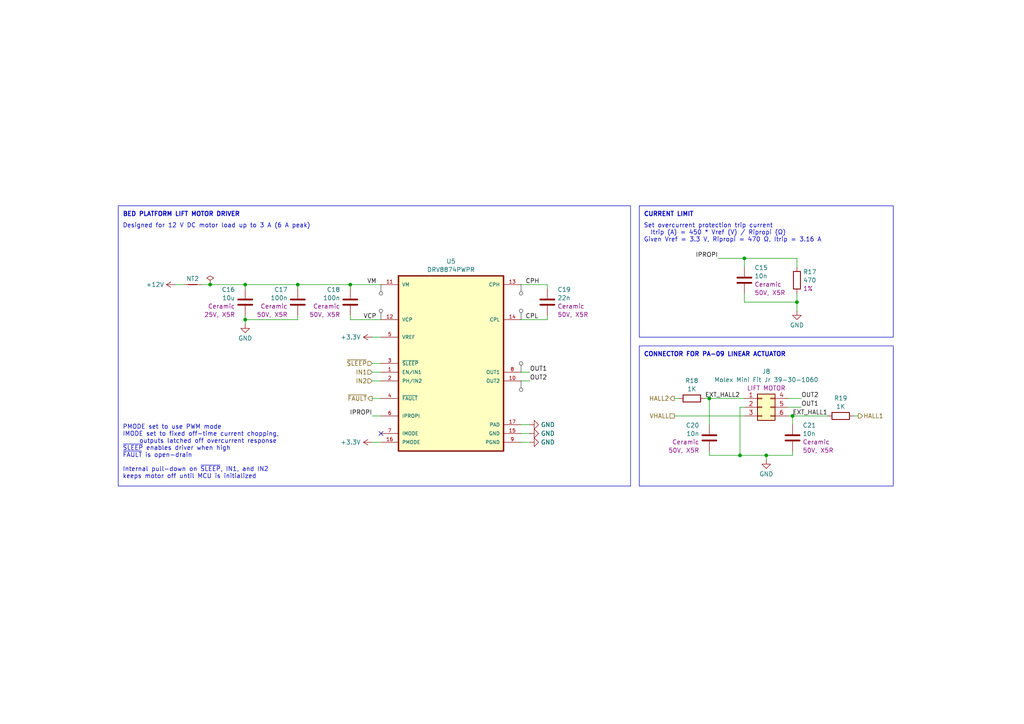
<source format=kicad_sch>
(kicad_sch (version 20250114) (generator "eeschema") (generator_version "9.0")
  (paper "A4")
  (title_block (title "Bed Lift Controller") (date "2025-10") (rev "v0.2.1") (company "Brown Studios LLC"))
  (lib_symbols
    (symbol "Connector_Generic:Conn_02x03_Top_Bottom" (pin_names (offset 1.016) (hide yes))
      (property "Reference" "J" (at 1.27 5.08 0))
      (property "Value" "Conn_02x03_Top_Bottom" (at 1.27 -5.08 0))
      (symbol "Conn_02x03_Top_Bottom_1_1"
        (rectangle (start -1.27 3.81) (end 3.81 -3.81) (stroke (width 0.254)) (fill (type background)))
        (rectangle (start -1.27 2.667) (end 0 2.413) (stroke (width 0.1524)))
        (rectangle (start -1.27 0.127) (end 0 -0.127) (stroke (width 0.1524)))
        (rectangle (start -1.27 -2.413) (end 0 -2.667) (stroke (width 0.1524)))
        (rectangle (start 3.81 2.667) (end 2.54 2.413) (stroke (width 0.1524)))
        (rectangle (start 3.81 0.127) (end 2.54 -0.127) (stroke (width 0.1524)))
        (rectangle (start 3.81 -2.413) (end 2.54 -2.667) (stroke (width 0.1524)))
        (pin passive line (at -5.08 2.54 0) (length 3.81) (name "Pin_1") (number "1"))
        (pin passive line (at -5.08 0 0) (length 3.81) (name "Pin_2") (number "2"))
        (pin passive line (at -5.08 -2.54 0) (length 3.81) (name "Pin_3") (number "3"))
        (pin passive line (at 7.62 2.54 180) (length 3.81) (name "Pin_4") (number "4"))
        (pin passive line (at 7.62 0 180) (length 3.81) (name "Pin_5") (number "5"))
        (pin passive line (at 7.62 -2.54 180) (length 3.81) (name "Pin_6") (number "6"))
      )
    )
    (symbol "DRV8874PWPR:DRV8874PWPR" (pin_names (offset 1.016))
      (property "Reference" "U" (at -15.24 26.4 0))
      (property "Value" "DRV8874PWPR" (at -15.24 -29.4 0))
      (symbol "DRV8874PWPR_0_0"
        (rectangle (start -15.24 25.4) (end 15.24 -25.4) (stroke (width 0.41)) (fill (type background)))
        (pin power_in line (at -20.32 22.86 0) (length 5.08) (name "VM") (number "11"))
        (pin power_out line (at -20.32 12.7 0) (length 5.08) (name "VCP") (number "12"))
        (pin input line (at -20.32 7.62 0) (length 5.08) (name "VREF") (number "5"))
        (pin input line (at -20.32 0 0) (length 5.08) (name "~{SLEEP}") (number "3"))
        (pin input line (at -20.32 -2.54 0) (length 5.08) (name "EN/IN1") (number "1"))
        (pin input line (at -20.32 -5.08 0) (length 5.08) (name "PH/IN2") (number "2"))
        (pin output line (at -20.32 -15.24 0) (length 5.08) (name "IPROPI") (number "6"))
        (pin input line (at -20.32 -20.32 0) (length 5.08) (name "IMODE") (number "7"))
        (pin input line (at -20.32 -22.86 0) (length 5.08) (name "PMODE") (number "16"))
        (pin power_out line (at 20.32 22.86 180) (length 5.08) (name "CPH") (number "13"))
        (pin power_out line (at 20.32 12.7 180) (length 5.08) (name "CPL") (number "14"))
        (pin passive line (at 20.32 -17.78 180) (length 5.08) (name "PAD") (number "17"))
        (pin power_in line (at 20.32 -20.32 180) (length 5.08) (name "GND") (number "15"))
        (pin power_in line (at 20.32 -22.86 180) (length 5.08) (name "PGND") (number "9"))
      )
      (symbol "DRV8874PWPR_1_0"
        (pin open_collector line (at -20.32 -10.16 0) (length 5.08) (name "~{FAULT}") (number "4"))
        (pin power_out line (at 20.32 -2.54 180) (length 5.08) (name "OUT1") (number "8"))
        (pin power_out line (at 20.32 -5.08 180) (length 5.08) (name "OUT2") (number "10"))
      )
    )
    (symbol "Device:C" (pin_numbers (hide yes)) (pin_names (offset 0.254))
      (property "Reference" "C" (at 0.635 2.54 0))
      (property "Value" "C" (at 0.635 -2.54 0))
      (symbol "C_0_1"
        (polyline (pts (xy -2.032 0.762) (xy 2.032 0.762)) (stroke (width 0.508)))
        (polyline (pts (xy -2.032 -0.762) (xy 2.032 -0.762)) (stroke (width 0.508)))
      )
      (symbol "C_1_1"
        (pin passive line (at 0 3.81 270) (length 2.794) (name "~") (number "1"))
        (pin passive line (at 0 -3.81 90) (length 2.794) (name "~") (number "2"))
      )
    )
    (symbol "Device:NetTie_2" (pin_numbers (hide yes)) (pin_names (offset 0) (hide yes)) (in_bom no)
      (property "Reference" "NT" (at 0 1.27 0))
      (property "Value" "NetTie_2" (at 0 -1.27 0))
      (symbol "NetTie_2_0_1"
        (polyline (pts (xy -1.27 0) (xy 1.27 0)) (stroke (width 0.254)))
      )
      (symbol "NetTie_2_1_1"
        (pin passive line (at -2.54 0 0) (length 2.54) (name "1") (number "1"))
        (pin passive line (at 2.54 0 180) (length 2.54) (name "2") (number "2"))
      )
    )
    (symbol "Device:R" (pin_numbers (hide yes)) (pin_names (offset 0))
      (property "Reference" "R" (at 2.032 0 90))
      (property "Value" "R" (at 0 0 90))
      (symbol "R_0_1"
        (rectangle (start -1.016 -2.54) (end 1.016 2.54) (stroke (width 0.254)))
      )
      (symbol "R_1_1"
        (pin passive line (at 0 3.81 270) (length 1.27) (name "~") (number "1"))
        (pin passive line (at 0 -3.81 90) (length 1.27) (name "~") (number "2"))
      )
    )
    (symbol "power:+12V" (power) (pin_numbers (hide yes)) (pin_names (offset 0) (hide yes))
      (property "Value" "+12V" (at 0 3.556 0))
      (symbol "+12V_0_1"
        (polyline (pts (xy -0.762 1.27) (xy 0 2.54)))
        (polyline (pts (xy 0 2.54) (xy 0.762 1.27)))
        (polyline (pts (xy 0 0) (xy 0 2.54)))
      )
      (symbol "+12V_1_1"
        (pin power_in line (at 0 0 90) (length 0) (name "~") (number "1"))
      )
    )
    (symbol "power:+3.3V" (power) (pin_numbers (hide yes)) (pin_names (offset 0) (hide yes))
      (property "Value" "+3.3V" (at 0 3.556 0))
      (symbol "+3.3V_0_1"
        (polyline (pts (xy -0.762 1.27) (xy 0 2.54)))
        (polyline (pts (xy 0 2.54) (xy 0.762 1.27)))
        (polyline (pts (xy 0 0) (xy 0 2.54)))
      )
      (symbol "+3.3V_1_1"
        (pin power_in line (at 0 0 90) (length 0) (name "~") (number "1"))
      )
    )
    (symbol "power:GND" (power) (pin_numbers (hide yes)) (pin_names (offset 0) (hide yes))
      (property "Value" "GND" (at 0 -3.81 0))
      (symbol "GND_0_1"
        (polyline (pts (xy 0 0) (xy 0 -1.27) (xy 1.27 -1.27) (xy 0 -2.54) (xy -1.27 -1.27) (xy 0 -1.27)))
      )
      (symbol "GND_1_1"
        (pin power_in line (at 0 0 270) (length 0) (name "~") (number "1"))
      )
    )
    (symbol "power:PWR_FLAG" (power) (pin_numbers (hide yes)) (pin_names (offset 0) (hide yes))
      (property "Value" "PWR_FLAG" (at 0 3.81 0))
      (symbol "PWR_FLAG_0_0"
        (pin power_out line (at 0 0 90) (length 0) (name "~") (number "1"))
      )
      (symbol "PWR_FLAG_0_1"
        (polyline (pts (xy 0 0) (xy 0 1.27) (xy -1.016 1.905) (xy 0 2.54) (xy 1.016 1.905) (xy 0 1.27)))
      )
    )
  )
  (rectangle (start 185.42 59.69) (end 259.08 97.79))
  (rectangle (start 34.29 59.69) (end 182.88 140.97))
  (rectangle (start 185.42 100.33) (end 259.08 140.97))
  (text "CONNECTOR FOR PA-09 LINEAR ACTUATOR" (at 186.69 102.87 0) (effects (font (size 1.27 1.27) (thickness 0.254) (bold yes)) (justify left)))
  (text "PMODE set to use PWM mode\nIMODE set to fixed off-time current chopping,\n	outputs latched off overcurrent response\n~{SLEEP} enables driver when high\n~{FAULT} is open-drain\n\nInternal pull-down on ~{SLEEP}, IN1, and IN2\nkeeps motor off until MCU is initialized" (at 35.56 123.19 0) (effects (font (size 1.27 1.27)) (justify left top)))
  (text "BED PLATFORM LIFT MOTOR DRIVER" (at 35.56 62.23 0) (effects (font (size 1.27 1.27) (thickness 0.254) (bold yes)) (justify left)))
  (text "CURRENT LIMIT" (at 186.69 62.23 0) (effects (font (size 1.27 1.27) (thickness 0.254) (bold yes)) (justify left)))
  (text "Designed for 12 V DC motor load up to 3 A (6 A peak)" (at 35.56 64.77 0) (effects (font (size 1.27 1.27)) (justify left top)))
  (text "Set overcurrent protection trip current\n  Itrip (A) = 450 * Vref (V) / Ripropi (Ω)\nGiven Vref = 3.3 V, Ripropi = 470 Ω, Itrip = 3.16 A" (at 186.69 64.77 0) (effects (font (size 1.27 1.27)) (justify left top)))
  (junction (at 101.6 82.55))
  (junction (at 60.96 82.55))
  (junction (at 86.36 82.55))
  (junction (at 214.63 132.08))
  (junction (at 205.74 115.57))
  (junction (at 229.87 120.65))
  (junction (at 71.12 82.55))
  (junction (at 215.9 74.93))
  (junction (at 71.12 92.71))
  (junction (at 231.14 87.63))
  (junction (at 222.25 132.08))
  (no_connect (at 110.49 125.73))
  (wire (pts (xy 214.63 132.08) (xy 222.25 132.08)))
  (wire (pts (xy 215.9 85.09) (xy 215.9 87.63)))
  (wire (pts (xy 101.6 92.71) (xy 110.49 92.71)))
  (wire (pts (xy 231.14 87.63) (xy 231.14 90.17)))
  (wire (pts (xy 231.14 85.09) (xy 231.14 87.63)))
  (wire (pts (xy 50.8 82.55) (xy 53.34 82.55)))
  (wire (pts (xy 101.6 91.44) (xy 101.6 92.71)))
  (wire (pts (xy 215.9 87.63) (xy 231.14 87.63)))
  (wire (pts (xy 151.13 107.95) (xy 153.67 107.95)))
  (wire (pts (xy 215.9 74.93) (xy 231.14 74.93)))
  (wire (pts (xy 204.47 115.57) (xy 205.74 115.57)))
  (wire (pts (xy 86.36 82.55) (xy 101.6 82.55)))
  (wire (pts (xy 71.12 92.71) (xy 71.12 93.98)))
  (wire (pts (xy 101.6 83.82) (xy 101.6 82.55)))
  (wire (pts (xy 71.12 82.55) (xy 86.36 82.55)))
  (wire (pts (xy 205.74 130.81) (xy 205.74 132.08)))
  (wire (pts (xy 228.6 115.57) (xy 232.41 115.57)))
  (wire (pts (xy 151.13 82.55) (xy 158.75 82.55)))
  (wire (pts (xy 71.12 91.44) (xy 71.12 92.71)))
  (wire (pts (xy 107.95 107.95) (xy 110.49 107.95)))
  (wire (pts (xy 151.13 125.73) (xy 153.67 125.73)))
  (wire (pts (xy 151.13 128.27) (xy 153.67 128.27)))
  (wire (pts (xy 71.12 82.55) (xy 71.12 83.82)))
  (wire (pts (xy 107.95 110.49) (xy 110.49 110.49)))
  (wire (pts (xy 71.12 92.71) (xy 86.36 92.71)))
  (wire (pts (xy 208.28 74.93) (xy 215.9 74.93)))
  (wire (pts (xy 158.75 83.82) (xy 158.75 82.55)))
  (wire (pts (xy 107.95 115.57) (xy 110.49 115.57)))
  (wire (pts (xy 195.58 115.57) (xy 196.85 115.57)))
  (wire (pts (xy 151.13 92.71) (xy 158.75 92.71)))
  (wire (pts (xy 195.58 120.65) (xy 215.9 120.65)))
  (wire (pts (xy 205.74 115.57) (xy 205.74 123.19)))
  (wire (pts (xy 228.6 118.11) (xy 232.41 118.11)))
  (wire (pts (xy 107.95 97.79) (xy 110.49 97.79)))
  (wire (pts (xy 205.74 115.57) (xy 215.9 115.57)))
  (wire (pts (xy 229.87 120.65) (xy 229.87 123.19)))
  (wire (pts (xy 228.6 120.65) (xy 229.87 120.65)))
  (wire (pts (xy 222.25 132.08) (xy 222.25 133.35)))
  (wire (pts (xy 205.74 132.08) (xy 214.63 132.08)))
  (wire (pts (xy 247.65 120.65) (xy 248.92 120.65)))
  (wire (pts (xy 107.95 105.41) (xy 110.49 105.41)))
  (wire (pts (xy 58.42 82.55) (xy 60.96 82.55)))
  (wire (pts (xy 231.14 74.93) (xy 231.14 77.47)))
  (wire (pts (xy 107.95 128.27) (xy 110.49 128.27)))
  (wire (pts (xy 229.87 132.08) (xy 229.87 130.81)))
  (wire (pts (xy 71.12 82.55) (xy 60.96 82.55)))
  (wire (pts (xy 151.13 110.49) (xy 153.67 110.49)))
  (wire (pts (xy 86.36 82.55) (xy 86.36 83.82)))
  (wire (pts (xy 158.75 91.44) (xy 158.75 92.71)))
  (wire (pts (xy 215.9 74.93) (xy 215.9 77.47)))
  (wire (pts (xy 229.87 120.65) (xy 240.03 120.65)))
  (wire (pts (xy 214.63 118.11) (xy 215.9 118.11)))
  (wire (pts (xy 229.87 132.08) (xy 222.25 132.08)))
  (wire (pts (xy 151.13 123.19) (xy 153.67 123.19)))
  (wire (pts (xy 86.36 92.71) (xy 86.36 91.44)))
  (wire (pts (xy 101.6 82.55) (xy 110.49 82.55)))
  (wire (pts (xy 214.63 118.11) (xy 214.63 132.08)))
  (wire (pts (xy 107.95 120.65) (xy 110.49 120.65)))
  (label "IPROPI" (at 107.95 120.65 180))
  (label "EXT_HALL2" (at 214.63 115.57 180))
  (label "CPH" (at 152.4 82.55 0))
  (label "VM" (at 109.22 82.55 180))
  (label "OUT2" (at 153.67 110.49 0))
  (label "VCP" (at 109.22 92.71 180))
  (label "OUT1" (at 232.41 118.11 0))
  (label "OUT2" (at 232.41 115.57 0))
  (label "IPROPI" (at 208.28 74.93 180))
  (label "EXT_HALL1" (at 229.87 120.65 0))
  (label "CPL" (at 152.4 92.71 0))
  (label "OUT1" (at 153.67 107.95 0))
  (hierarchical_label "~{FAULT}" (shape output) (at 107.95 115.57 180))
  (hierarchical_label "IN1" (shape input) (at 107.95 107.95 180))
  (hierarchical_label "IN2" (shape input) (at 107.95 110.49 180))
  (hierarchical_label "HALL1" (shape output) (at 248.92 120.65 0))
  (hierarchical_label "HALL2" (shape output) (at 195.58 115.57 180))
  (hierarchical_label "~{SLEEP}" (shape input) (at 107.95 105.41 180))
  (hierarchical_label "VHALL" (shape passive) (at 195.58 120.65 180))
  (netclass_flag "" (length 2.54) (shape round) (at 151.13 110.49 180) (property "Netclass" "Power-4A" (effects (hide yes))))
  (netclass_flag "" (length 2.54) (shape round) (at 110.49 92.71 0) (property "Netclass" "Power" (effects (hide yes))))
  (netclass_flag "" (length 2.54) (shape round) (at 151.13 92.71 0) (property "Netclass" "Power" (effects (hide yes))))
  (netclass_flag "" (length 2.54) (shape round) (at 110.49 82.55 180) (property "Netclass" "Power-4A" (effects (hide yes))))
  (netclass_flag "" (length 2.54) (shape round) (at 151.13 82.55 180) (property "Netclass" "Power" (effects (hide yes))))
  (netclass_flag "" (length 2.54) (shape round) (at 151.13 107.95 0) (property "Netclass" "Power-4A" (effects (hide yes))))
  (symbol (lib_id "power:GND") (at 222.25 133.35 0) (unit 1)
    (property "Reference" "#PWR031" (effects (hide yes)))
    (property "Value" "GND" (at 222.25 137.4831 0))
    (property "Description" "Power symbol creates a global label with name \"GND\" , ground" (effects (hide yes)))
    (instances (project "bed-lift" (path "" (reference "#PWR031") (unit 1)) (path "" (reference "#PWR040") (unit 1))))
  )
  (symbol (lib_id "Device:C") (at 86.36 87.63 0) (mirror y) (unit 1)
    (property "Reference" "C17" (at 83.439 83.9935 0) (effects (justify left)))
    (property "Value" "100n" (at 83.439 86.4178 0) (effects (justify left)))
    (property "Footprint" "Capacitor_SMD:C_0603_1608Metric" (effects (hide yes)))
    (property "Description" "Unpolarized capacitor" (effects (hide yes)))
    (property "Type" "Ceramic" (at 83.439 88.8421 0) (effects (justify left)))
    (property "Rating" "50V, X5R" (at 83.439 91.2664 0) (effects (justify left)))
    (property "LCSC" "C14663" (effects (hide yes)))
    (instances (project "bed-lift" (path "" (reference "C17") (unit 1)) (path "" (reference "C24") (unit 1))))
  )
  (symbol (lib_id "power:GND") (at 153.67 125.73 90) (unit 1)
    (property "Reference" "#PWR028" (effects (hide yes)))
    (property "Value" "GND" (at 156.845 125.73 90) (effects (justify right)))
    (property "Description" "Power symbol creates a global label with name \"GND\" , ground" (effects (hide yes)))
    (instances (project "bed-lift" (path "" (reference "#PWR028") (unit 1)) (path "" (reference "#PWR037") (unit 1))))
  )
  (symbol (lib_id "Connector_Generic:Conn_02x03_Top_Bottom") (at 220.98 118.11 0) (unit 1)
    (property "Reference" "J8" (at 222.25 107.7313 0))
    (property "Value" "Molex Mini Fit Jr 39-30-1060" (at 222.25 110.1556 0))
    (property "Footprint" "Molex:MOLEX_39301060" (effects (hide yes)))
    (property "Description" "Generic connector, double row, 02x03, top/bottom pin numbering scheme (row 1: 1...pins_per_row, row2: pins_per_row+1 ... num_pins), script generated (kicad-library-utils/schlib/autogen/connector/)" (effects (hide yes)))
    (property "Label" "LIFT MOTOR" (at 222.25 112.5799 0))
    (property "LCSC" "C114098" (effects (hide yes)))
    (property "FT Position Offset" "0,3.81" (effects (hide yes)))
    (instances (project "" (path "" (reference "J8") (unit 1)) (path "" (reference "J9") (unit 1))))
  )
  (symbol (lib_id "power:PWR_FLAG") (at 60.96 82.55 0) (unit 1)
    (property "Reference" "#FLG06" (effects (hide yes)))
    (property "Value" "PWR_FLAG" (effects (hide yes)))
    (property "Description" "Special symbol for telling ERC where power comes from" (effects (hide yes)))
    (instances (project "bed-lift" (path "" (reference "#FLG06") (unit 1)) (path "" (reference "#FLG07") (unit 1))))
  )
  (symbol (lib_id "Device:C") (at 158.75 87.63 0) (unit 1)
    (property "Reference" "C19" (at 161.671 83.9935 0) (effects (justify left)))
    (property "Value" "22n" (at 161.671 86.4178 0) (effects (justify left)))
    (property "Footprint" "Capacitor_SMD:C_0603_1608Metric" (effects (hide yes)))
    (property "Description" "Unpolarized capacitor" (effects (hide yes)))
    (property "Type" "Ceramic" (at 161.671 88.8421 0) (effects (justify left)))
    (property "Rating" "50V, X5R" (at 161.671 91.2664 0) (effects (justify left)))
    (property "LCSC" "C21122" (effects (hide yes)))
    (instances (project "bed-lift" (path "" (reference "C19") (unit 1)) (path "" (reference "C26") (unit 1))))
  )
  (symbol (lib_id "Device:C") (at 101.6 87.63 0) (mirror y) (unit 1)
    (property "Reference" "C18" (at 98.679 83.9935 0) (effects (justify left)))
    (property "Value" "100n" (at 98.679 86.4178 0) (effects (justify left)))
    (property "Footprint" "Capacitor_SMD:C_0603_1608Metric" (effects (hide yes)))
    (property "Description" "Unpolarized capacitor" (effects (hide yes)))
    (property "Type" "Ceramic" (at 98.679 88.8421 0) (effects (justify left)))
    (property "Rating" "50V, X5R" (at 98.679 91.2664 0) (effects (justify left)))
    (property "LCSC" "C14663" (effects (hide yes)))
    (instances (project "bed-lift" (path "" (reference "C18") (unit 1)) (path "" (reference "C25") (unit 1))))
  )
  (symbol (lib_id "DRV8874PWPR:DRV8874PWPR") (at 130.81 105.41 0) (unit 1)
    (property "Reference" "U5" (at 130.81 75.7875 0))
    (property "Value" "DRV8874PWPR" (at 130.81 78.2118 0))
    (property "Footprint" "DRV8874PWPR:HTSSOP-16 PWP0016J" (effects (hide yes)))
    (property "Datasheet" "https://www.ti.com/lit/ds/slvsf66a/slvsf66a.pdf" (effects (hide yes)))
    (property "PACKAGE" "HTSSOP-16 Texas Instruments" (effects (hide yes)))
    (property "MAXIMUM_PACKAGE_HEIGHT" "1.2mm" (effects (hide yes)))
    (property "MANUFACTURER" "Texas Instruments" (effects (hide yes)))
    (property "LCSC" "C1855818" (effects (hide yes)))
    (instances (project "bed-lift" (path "" (reference "U5") (unit 1)) (path "" (reference "U6") (unit 1))))
  )
  (symbol (lib_id "power:GND") (at 71.12 93.98 0) (unit 1)
    (property "Reference" "#PWR025" (effects (hide yes)))
    (property "Value" "GND" (at 71.12 98.1131 0))
    (property "Description" "Power symbol creates a global label with name \"GND\" , ground" (effects (hide yes)))
    (instances (project "bed-lift" (path "" (reference "#PWR025") (unit 1)) (path "" (reference "#PWR034") (unit 1))))
  )
  (symbol (lib_id "power:+12V") (at 50.8 82.55 90) (unit 1)
    (property "Reference" "#PWR023" (effects (hide yes)))
    (property "Value" "+12V" (at 47.625 82.55 90) (effects (justify left)))
    (property "Description" "Power symbol creates a global label with name \"+12V\"" (effects (hide yes)))
    (instances (project "bed-lift" (path "" (reference "#PWR023") (unit 1)) (path "" (reference "#PWR032") (unit 1))))
  )
  (symbol (lib_id "power:GND") (at 231.14 90.17 0) (unit 1)
    (property "Reference" "#PWR024" (effects (hide yes)))
    (property "Value" "GND" (at 231.14 94.3031 0))
    (property "Description" "Power symbol creates a global label with name \"GND\" , ground" (effects (hide yes)))
    (instances (project "bed-lift" (path "" (reference "#PWR024") (unit 1)) (path "" (reference "#PWR033") (unit 1))))
  )
  (symbol (lib_id "power:+3.3V") (at 107.95 128.27 90) (unit 1)
    (property "Reference" "#PWR029" (effects (hide yes)))
    (property "Value" "+3.3V" (at 104.648 128.27 90) (effects (justify left)))
    (property "Description" "Power symbol creates a global label with name \"+3.3V\"" (effects (hide yes)))
    (instances (project "bed-lift" (path "" (reference "#PWR029") (unit 1)) (path "" (reference "#PWR038") (unit 1))))
  )
  (symbol (lib_id "Device:NetTie_2") (at 55.88 82.55 0) (unit 1) (in_bom no)
    (property "Reference" "NT2" (at 55.88 80.8299 0))
    (property "Value" "NetTie_2" (effects (hide yes)))
    (property "Footprint" "Generic:NetTie-2_SMD_Pad2.5mm" (effects (hide yes)))
    (property "Description" "Net tie, 2 pins" (effects (hide yes)))
    (instances (project "bed-lift" (path "" (reference "NT2") (unit 1)) (path "" (reference "NT3") (unit 1))))
  )
  (symbol (lib_id "Device:C") (at 71.12 87.63 0) (mirror x) (unit 1)
    (property "Reference" "C16" (at 68.199 83.9935 0) (effects (justify right)))
    (property "Value" "10u" (at 68.199 86.4178 0) (effects (justify right)))
    (property "Footprint" "Capacitor_SMD:C_0805_2012Metric" (effects (hide yes)))
    (property "Description" "Unpolarized capacitor" (effects (hide yes)))
    (property "Type" "Ceramic" (at 68.199 88.8421 0) (effects (justify right)))
    (property "Rating" "25V, X5R" (at 68.199 91.2664 0) (effects (justify right)))
    (property "LCSC" "C15850" (effects (hide yes)))
    (instances (project "bed-lift" (path "" (reference "C16") (unit 1)) (path "" (reference "C23") (unit 1))))
  )
  (symbol (lib_id "Device:C") (at 205.74 127 0) (unit 1)
    (property "Reference" "C20" (at 202.819 123.3635 0) (effects (justify right)))
    (property "Value" "10n" (at 202.819 125.7878 0) (effects (justify right)))
    (property "Footprint" "Capacitor_SMD:C_0603_1608Metric" (effects (hide yes)))
    (property "Description" "Unpolarized capacitor" (effects (hide yes)))
    (property "Type" "Ceramic" (at 202.819 128.2121 0) (effects (justify right)))
    (property "Rating" "50V, X5R" (at 202.819 130.6364 0) (effects (justify right)))
    (property "LCSC" "C57112" (effects (hide yes)))
    (instances (project "bed-lift" (path "" (reference "C20") (unit 1)) (path "" (reference "C27") (unit 1))))
  )
  (symbol (lib_id "power:GND") (at 153.67 128.27 90) (unit 1)
    (property "Reference" "#PWR030" (effects (hide yes)))
    (property "Value" "GND" (at 156.845 128.27 90) (effects (justify right)))
    (property "Description" "Power symbol creates a global label with name \"GND\" , ground" (effects (hide yes)))
    (instances (project "bed-lift" (path "" (reference "#PWR030") (unit 1)) (path "" (reference "#PWR039") (unit 1))))
  )
  (symbol (lib_id "Device:C") (at 229.87 127 0) (mirror y) (unit 1)
    (property "Reference" "C21" (at 232.791 123.3635 0) (effects (justify right)))
    (property "Value" "10n" (at 232.791 125.7878 0) (effects (justify right)))
    (property "Footprint" "Capacitor_SMD:C_0603_1608Metric" (effects (hide yes)))
    (property "Description" "Unpolarized capacitor" (effects (hide yes)))
    (property "Type" "Ceramic" (at 232.791 128.2121 0) (effects (justify right)))
    (property "Rating" "50V, X5R" (at 232.791 130.6364 0) (effects (justify right)))
    (property "LCSC" "C57112" (effects (hide yes)))
    (instances (project "bed-lift" (path "" (reference "C21") (unit 1)) (path "" (reference "C28") (unit 1))))
  )
  (symbol (lib_id "power:GND") (at 153.67 123.19 90) (unit 1)
    (property "Reference" "#PWR027" (effects (hide yes)))
    (property "Value" "GND" (at 156.845 123.19 90) (effects (justify right)))
    (property "Description" "Power symbol creates a global label with name \"GND\" , ground" (effects (hide yes)))
    (instances (project "bed-lift" (path "" (reference "#PWR027") (unit 1)) (path "" (reference "#PWR036") (unit 1))))
  )
  (symbol (lib_id "Device:R") (at 231.14 81.28 0) (mirror y) (unit 1)
    (property "Reference" "R17" (at 232.918 78.8557 0) (effects (justify right)))
    (property "Value" "470" (at 232.918 81.28 0) (effects (justify right)))
    (property "Footprint" "Resistor_SMD:R_0603_1608Metric" (effects (hide yes)))
    (property "Description" "Resistor" (effects (hide yes)))
    (property "Rating" "1%" (at 232.918 83.7043 0) (effects (justify right)))
    (property "LCSC" "C23179" (effects (hide yes)))
    (instances (project "bed-lift" (path "" (reference "R17") (unit 1)) (path "" (reference "R20") (unit 1))))
  )
  (symbol (lib_id "power:+3.3V") (at 107.95 97.79 90) (unit 1)
    (property "Reference" "#PWR026" (effects (hide yes)))
    (property "Value" "+3.3V" (at 104.648 97.79 90) (effects (justify left)))
    (property "Description" "Power symbol creates a global label with name \"+3.3V\"" (effects (hide yes)))
    (instances (project "bed-lift" (path "" (reference "#PWR026") (unit 1)) (path "" (reference "#PWR035") (unit 1))))
  )
  (symbol (lib_id "Device:R") (at 200.66 115.57 90) (unit 1)
    (property "Reference" "R18" (at 200.66 110.4095 90))
    (property "Value" "1K" (at 200.66 112.8338 90))
    (property "Footprint" "Resistor_SMD:R_0603_1608Metric" (effects (hide yes)))
    (property "Description" "Resistor" (effects (hide yes)))
    (property "LCSC" "C21190" (effects (hide yes)))
    (instances (project "bed-lift" (path "" (reference "R18") (unit 1)) (path "" (reference "R21") (unit 1))))
  )
  (symbol (lib_id "Device:R") (at 243.84 120.65 90) (unit 1)
    (property "Reference" "R19" (at 243.84 115.4895 90))
    (property "Value" "1K" (at 243.84 117.9138 90))
    (property "Footprint" "Resistor_SMD:R_0603_1608Metric" (effects (hide yes)))
    (property "Description" "Resistor" (effects (hide yes)))
    (property "LCSC" "C21190" (effects (hide yes)))
    (instances (project "bed-lift" (path "" (reference "R19") (unit 1)) (path "" (reference "R22") (unit 1))))
  )
  (symbol (lib_id "Device:C") (at 215.9 81.28 0) (mirror y) (unit 1)
    (property "Reference" "C15" (at 218.821 77.6435 0) (effects (justify right)))
    (property "Value" "10n" (at 218.821 80.0678 0) (effects (justify right)))
    (property "Footprint" "Capacitor_SMD:C_0603_1608Metric" (effects (hide yes)))
    (property "Description" "Unpolarized capacitor" (effects (hide yes)))
    (property "Type" "Ceramic" (at 218.821 82.4921 0) (effects (justify right)))
    (property "Rating" "50V, X5R" (at 218.821 84.9164 0) (effects (justify right)))
    (property "LCSC" "C57112" (effects (hide yes)))
    (instances (project "bed-lift" (path "" (reference "C15") (unit 1)) (path "" (reference "C22") (unit 1))))
  )
)
</source>
